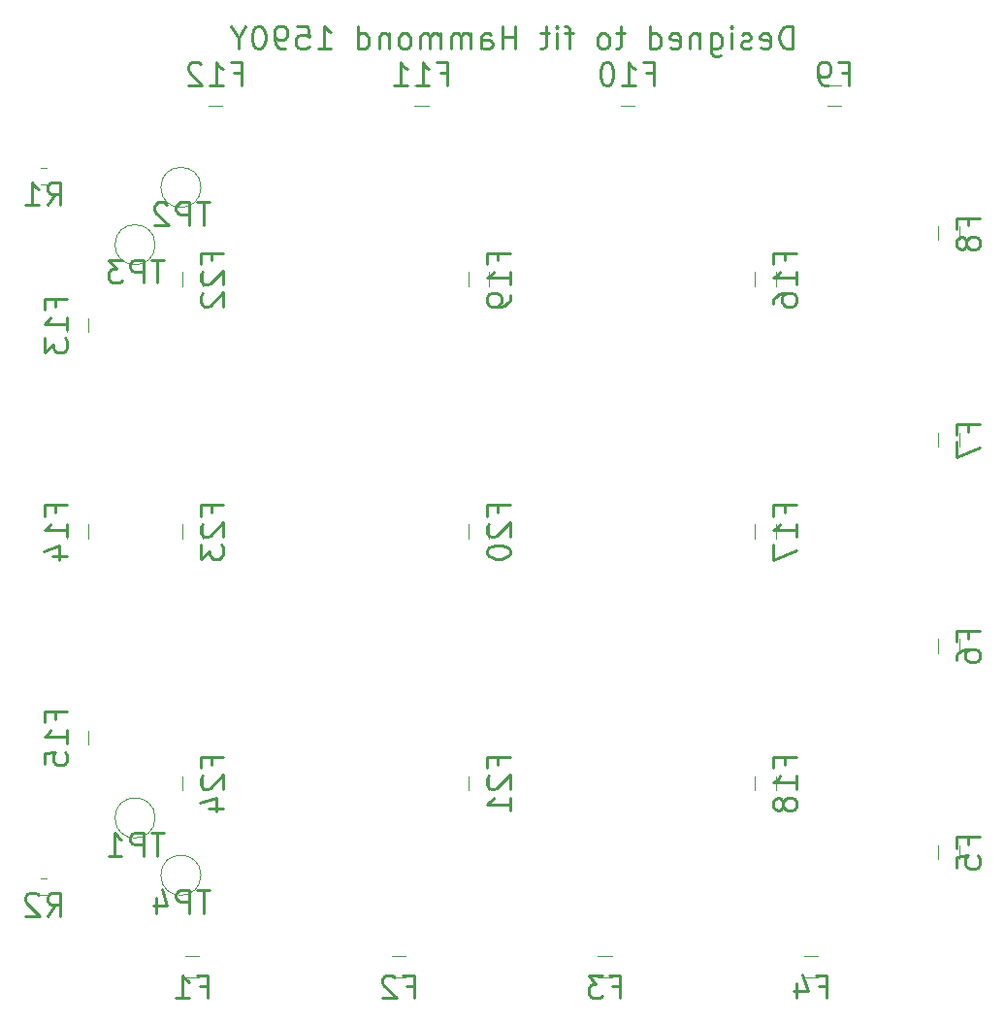
<source format=gbr>
%TF.GenerationSoftware,KiCad,Pcbnew,5.1.6-c6e7f7d~87~ubuntu20.04.1*%
%TF.CreationDate,2020-09-19T08:47:59-07:00*%
%TF.ProjectId,multi-way-usb,6d756c74-692d-4776-9179-2d7573622e6b,rev?*%
%TF.SameCoordinates,Original*%
%TF.FileFunction,Legend,Bot*%
%TF.FilePolarity,Positive*%
%FSLAX46Y46*%
G04 Gerber Fmt 4.6, Leading zero omitted, Abs format (unit mm)*
G04 Created by KiCad (PCBNEW 5.1.6-c6e7f7d~87~ubuntu20.04.1) date 2020-09-19 08:47:59*
%MOMM*%
%LPD*%
G01*
G04 APERTURE LIST*
%ADD10C,0.250000*%
%ADD11C,0.120000*%
G04 APERTURE END LIST*
D10*
X24380952Y42095238D02*
X24380952Y44095238D01*
X23904761Y44095238D01*
X23619047Y44000000D01*
X23428571Y43809523D01*
X23333333Y43619047D01*
X23238095Y43238095D01*
X23238095Y42952380D01*
X23333333Y42571428D01*
X23428571Y42380952D01*
X23619047Y42190476D01*
X23904761Y42095238D01*
X24380952Y42095238D01*
X21619047Y42190476D02*
X21809523Y42095238D01*
X22190476Y42095238D01*
X22380952Y42190476D01*
X22476190Y42380952D01*
X22476190Y43142857D01*
X22380952Y43333333D01*
X22190476Y43428571D01*
X21809523Y43428571D01*
X21619047Y43333333D01*
X21523809Y43142857D01*
X21523809Y42952380D01*
X22476190Y42761904D01*
X20761904Y42190476D02*
X20571428Y42095238D01*
X20190476Y42095238D01*
X20000000Y42190476D01*
X19904761Y42380952D01*
X19904761Y42476190D01*
X20000000Y42666666D01*
X20190476Y42761904D01*
X20476190Y42761904D01*
X20666666Y42857142D01*
X20761904Y43047619D01*
X20761904Y43142857D01*
X20666666Y43333333D01*
X20476190Y43428571D01*
X20190476Y43428571D01*
X20000000Y43333333D01*
X19047619Y42095238D02*
X19047619Y43428571D01*
X19047619Y44095238D02*
X19142857Y44000000D01*
X19047619Y43904761D01*
X18952380Y44000000D01*
X19047619Y44095238D01*
X19047619Y43904761D01*
X17238095Y43428571D02*
X17238095Y41809523D01*
X17333333Y41619047D01*
X17428571Y41523809D01*
X17619047Y41428571D01*
X17904761Y41428571D01*
X18095238Y41523809D01*
X17238095Y42190476D02*
X17428571Y42095238D01*
X17809523Y42095238D01*
X17999999Y42190476D01*
X18095238Y42285714D01*
X18190476Y42476190D01*
X18190476Y43047619D01*
X18095238Y43238095D01*
X17999999Y43333333D01*
X17809523Y43428571D01*
X17428571Y43428571D01*
X17238095Y43333333D01*
X16285714Y43428571D02*
X16285714Y42095238D01*
X16285714Y43238095D02*
X16190476Y43333333D01*
X16000000Y43428571D01*
X15714285Y43428571D01*
X15523809Y43333333D01*
X15428571Y43142857D01*
X15428571Y42095238D01*
X13714285Y42190476D02*
X13904761Y42095238D01*
X14285714Y42095238D01*
X14476190Y42190476D01*
X14571428Y42380952D01*
X14571428Y43142857D01*
X14476190Y43333333D01*
X14285714Y43428571D01*
X13904761Y43428571D01*
X13714285Y43333333D01*
X13619047Y43142857D01*
X13619047Y42952380D01*
X14571428Y42761904D01*
X11904761Y42095238D02*
X11904761Y44095238D01*
X11904761Y42190476D02*
X12095238Y42095238D01*
X12476190Y42095238D01*
X12666666Y42190476D01*
X12761904Y42285714D01*
X12857142Y42476190D01*
X12857142Y43047619D01*
X12761904Y43238095D01*
X12666666Y43333333D01*
X12476190Y43428571D01*
X12095238Y43428571D01*
X11904761Y43333333D01*
X9714285Y43428571D02*
X8952380Y43428571D01*
X9428571Y44095238D02*
X9428571Y42380952D01*
X9333333Y42190476D01*
X9142857Y42095238D01*
X8952380Y42095238D01*
X8000000Y42095238D02*
X8190476Y42190476D01*
X8285714Y42285714D01*
X8380952Y42476190D01*
X8380952Y43047619D01*
X8285714Y43238095D01*
X8190476Y43333333D01*
X8000000Y43428571D01*
X7714285Y43428571D01*
X7523809Y43333333D01*
X7428571Y43238095D01*
X7333333Y43047619D01*
X7333333Y42476190D01*
X7428571Y42285714D01*
X7523809Y42190476D01*
X7714285Y42095238D01*
X8000000Y42095238D01*
X5238095Y43428571D02*
X4476190Y43428571D01*
X4952380Y42095238D02*
X4952380Y43809523D01*
X4857142Y44000000D01*
X4666666Y44095238D01*
X4476190Y44095238D01*
X3809523Y42095238D02*
X3809523Y43428571D01*
X3809523Y44095238D02*
X3904761Y44000000D01*
X3809523Y43904761D01*
X3714285Y44000000D01*
X3809523Y44095238D01*
X3809523Y43904761D01*
X3142857Y43428571D02*
X2380952Y43428571D01*
X2857142Y44095238D02*
X2857142Y42380952D01*
X2761904Y42190476D01*
X2571428Y42095238D01*
X2380952Y42095238D01*
X190476Y42095238D02*
X190476Y44095238D01*
X190476Y43142857D02*
X-952380Y43142857D01*
X-952380Y42095238D02*
X-952380Y44095238D01*
X-2761904Y42095238D02*
X-2761904Y43142857D01*
X-2666666Y43333333D01*
X-2476190Y43428571D01*
X-2095238Y43428571D01*
X-1904761Y43333333D01*
X-2761904Y42190476D02*
X-2571428Y42095238D01*
X-2095238Y42095238D01*
X-1904761Y42190476D01*
X-1809523Y42380952D01*
X-1809523Y42571428D01*
X-1904761Y42761904D01*
X-2095238Y42857142D01*
X-2571428Y42857142D01*
X-2761904Y42952380D01*
X-3714285Y42095238D02*
X-3714285Y43428571D01*
X-3714285Y43238095D02*
X-3809523Y43333333D01*
X-3999999Y43428571D01*
X-4285714Y43428571D01*
X-4476190Y43333333D01*
X-4571428Y43142857D01*
X-4571428Y42095238D01*
X-4571428Y43142857D02*
X-4666666Y43333333D01*
X-4857142Y43428571D01*
X-5142857Y43428571D01*
X-5333333Y43333333D01*
X-5428571Y43142857D01*
X-5428571Y42095238D01*
X-6380952Y42095238D02*
X-6380952Y43428571D01*
X-6380952Y43238095D02*
X-6476190Y43333333D01*
X-6666666Y43428571D01*
X-6952380Y43428571D01*
X-7142857Y43333333D01*
X-7238095Y43142857D01*
X-7238095Y42095238D01*
X-7238095Y43142857D02*
X-7333333Y43333333D01*
X-7523809Y43428571D01*
X-7809523Y43428571D01*
X-7999999Y43333333D01*
X-8095238Y43142857D01*
X-8095238Y42095238D01*
X-9333333Y42095238D02*
X-9142857Y42190476D01*
X-9047619Y42285714D01*
X-8952380Y42476190D01*
X-8952380Y43047619D01*
X-9047619Y43238095D01*
X-9142857Y43333333D01*
X-9333333Y43428571D01*
X-9619047Y43428571D01*
X-9809523Y43333333D01*
X-9904761Y43238095D01*
X-9999999Y43047619D01*
X-9999999Y42476190D01*
X-9904761Y42285714D01*
X-9809523Y42190476D01*
X-9619047Y42095238D01*
X-9333333Y42095238D01*
X-10857142Y43428571D02*
X-10857142Y42095238D01*
X-10857142Y43238095D02*
X-10952380Y43333333D01*
X-11142857Y43428571D01*
X-11428571Y43428571D01*
X-11619047Y43333333D01*
X-11714285Y43142857D01*
X-11714285Y42095238D01*
X-13523809Y42095238D02*
X-13523809Y44095238D01*
X-13523809Y42190476D02*
X-13333333Y42095238D01*
X-12952380Y42095238D01*
X-12761904Y42190476D01*
X-12666666Y42285714D01*
X-12571428Y42476190D01*
X-12571428Y43047619D01*
X-12666666Y43238095D01*
X-12761904Y43333333D01*
X-12952380Y43428571D01*
X-13333333Y43428571D01*
X-13523809Y43333333D01*
X-17047619Y42095238D02*
X-15904761Y42095238D01*
X-16476190Y42095238D02*
X-16476190Y44095238D01*
X-16285714Y43809523D01*
X-16095238Y43619047D01*
X-15904761Y43523809D01*
X-18857142Y44095238D02*
X-17904761Y44095238D01*
X-17809523Y43142857D01*
X-17904761Y43238095D01*
X-18095238Y43333333D01*
X-18571428Y43333333D01*
X-18761904Y43238095D01*
X-18857142Y43142857D01*
X-18952380Y42952380D01*
X-18952380Y42476190D01*
X-18857142Y42285714D01*
X-18761904Y42190476D01*
X-18571428Y42095238D01*
X-18095238Y42095238D01*
X-17904761Y42190476D01*
X-17809523Y42285714D01*
X-19904761Y42095238D02*
X-20285714Y42095238D01*
X-20476190Y42190476D01*
X-20571428Y42285714D01*
X-20761904Y42571428D01*
X-20857142Y42952380D01*
X-20857142Y43714285D01*
X-20761904Y43904761D01*
X-20666666Y44000000D01*
X-20476190Y44095238D01*
X-20095238Y44095238D01*
X-19904761Y44000000D01*
X-19809523Y43904761D01*
X-19714285Y43714285D01*
X-19714285Y43238095D01*
X-19809523Y43047619D01*
X-19904761Y42952380D01*
X-20095238Y42857142D01*
X-20476190Y42857142D01*
X-20666666Y42952380D01*
X-20761904Y43047619D01*
X-20857142Y43238095D01*
X-22095238Y44095238D02*
X-22285714Y44095238D01*
X-22476190Y44000000D01*
X-22571428Y43904761D01*
X-22666666Y43714285D01*
X-22761904Y43333333D01*
X-22761904Y42857142D01*
X-22666666Y42476190D01*
X-22571428Y42285714D01*
X-22476190Y42190476D01*
X-22285714Y42095238D01*
X-22095238Y42095238D01*
X-21904761Y42190476D01*
X-21809523Y42285714D01*
X-21714285Y42476190D01*
X-21619047Y42857142D01*
X-21619047Y43333333D01*
X-21714285Y43714285D01*
X-21809523Y43904761D01*
X-21904761Y44000000D01*
X-22095238Y44095238D01*
X-23999999Y43047619D02*
X-23999999Y42095238D01*
X-23333333Y44095238D02*
X-23999999Y43047619D01*
X-24666666Y44095238D01*
D11*
%TO.C,F24*%
X-28910000Y-22602064D02*
X-28910000Y-21397936D01*
X-27090000Y-22602064D02*
X-27090000Y-21397936D01*
%TO.C,F23*%
X-28910000Y-602064D02*
X-28910000Y602064D01*
X-27090000Y-602064D02*
X-27090000Y602064D01*
%TO.C,F22*%
X-28910000Y21397936D02*
X-28910000Y22602064D01*
X-27090000Y21397936D02*
X-27090000Y22602064D01*
%TO.C,F21*%
X-3910000Y-22602064D02*
X-3910000Y-21397936D01*
X-2090000Y-22602064D02*
X-2090000Y-21397936D01*
%TO.C,F20*%
X-3910000Y-602064D02*
X-3910000Y602064D01*
X-2090000Y-602064D02*
X-2090000Y602064D01*
%TO.C,F19*%
X-3910000Y21397936D02*
X-3910000Y22602064D01*
X-2090000Y21397936D02*
X-2090000Y22602064D01*
%TO.C,F18*%
X21090000Y-22602064D02*
X21090000Y-21397936D01*
X22910000Y-22602064D02*
X22910000Y-21397936D01*
%TO.C,F17*%
X21090000Y-602064D02*
X21090000Y602064D01*
X22910000Y-602064D02*
X22910000Y602064D01*
%TO.C,F16*%
X21090000Y21397936D02*
X21090000Y22602064D01*
X22910000Y21397936D02*
X22910000Y22602064D01*
%TO.C,F15*%
X-37090000Y-17397936D02*
X-37090000Y-18602064D01*
X-38910000Y-17397936D02*
X-38910000Y-18602064D01*
%TO.C,TP4*%
X-27250000Y-30000000D02*
G75*
G03*
X-27250000Y-30000000I-1750000J0D01*
G01*
%TO.C,TP3*%
X-31250000Y25000000D02*
G75*
G03*
X-31250000Y25000000I-1750000J0D01*
G01*
%TO.C,R2*%
X-41258578Y-30290000D02*
X-40741422Y-30290000D01*
X-41258578Y-31710000D02*
X-40741422Y-31710000D01*
%TO.C,F14*%
X-37090000Y602064D02*
X-37090000Y-602064D01*
X-38910000Y602064D02*
X-38910000Y-602064D01*
%TO.C,F13*%
X-37090000Y18602064D02*
X-37090000Y17397936D01*
X-38910000Y18602064D02*
X-38910000Y17397936D01*
%TO.C,TP2*%
X-27250000Y30000000D02*
G75*
G03*
X-27250000Y30000000I-1750000J0D01*
G01*
%TO.C,TP1*%
X-31250000Y-25000000D02*
G75*
G03*
X-31250000Y-25000000I-1750000J0D01*
G01*
%TO.C,R1*%
X-41258578Y31710000D02*
X-40741422Y31710000D01*
X-41258578Y30290000D02*
X-40741422Y30290000D01*
%TO.C,F12*%
X-25397936Y37090000D02*
X-26602064Y37090000D01*
X-25397936Y38910000D02*
X-26602064Y38910000D01*
%TO.C,F11*%
X-7397936Y37090000D02*
X-8602064Y37090000D01*
X-7397936Y38910000D02*
X-8602064Y38910000D01*
%TO.C,F10*%
X10602064Y37090000D02*
X9397936Y37090000D01*
X10602064Y38910000D02*
X9397936Y38910000D01*
%TO.C,F9*%
X28602064Y37090000D02*
X27397936Y37090000D01*
X28602064Y38910000D02*
X27397936Y38910000D01*
%TO.C,F8*%
X37090000Y25397936D02*
X37090000Y26602064D01*
X38910000Y25397936D02*
X38910000Y26602064D01*
%TO.C,F7*%
X37090000Y7397936D02*
X37090000Y8602064D01*
X38910000Y7397936D02*
X38910000Y8602064D01*
%TO.C,F6*%
X37090000Y-10602064D02*
X37090000Y-9397936D01*
X38910000Y-10602064D02*
X38910000Y-9397936D01*
%TO.C,F5*%
X37090000Y-28602064D02*
X37090000Y-27397936D01*
X38910000Y-28602064D02*
X38910000Y-27397936D01*
%TO.C,F4*%
X25397936Y-37090000D02*
X26602064Y-37090000D01*
X25397936Y-38910000D02*
X26602064Y-38910000D01*
%TO.C,F3*%
X7397936Y-37090000D02*
X8602064Y-37090000D01*
X7397936Y-38910000D02*
X8602064Y-38910000D01*
%TO.C,F2*%
X-10602064Y-37090000D02*
X-9397936Y-37090000D01*
X-10602064Y-38910000D02*
X-9397936Y-38910000D01*
%TO.C,F1*%
X-28602064Y-37090000D02*
X-27397936Y-37090000D01*
X-28602064Y-38910000D02*
X-27397936Y-38910000D01*
%TO.C,F24*%
D10*
X-26322857Y-20380952D02*
X-26322857Y-19714285D01*
X-25275238Y-19714285D02*
X-27275238Y-19714285D01*
X-27275238Y-20666666D01*
X-27084761Y-21333333D02*
X-27180000Y-21428571D01*
X-27275238Y-21619047D01*
X-27275238Y-22095238D01*
X-27180000Y-22285714D01*
X-27084761Y-22380952D01*
X-26894285Y-22476190D01*
X-26703809Y-22476190D01*
X-26418095Y-22380952D01*
X-25275238Y-21238095D01*
X-25275238Y-22476190D01*
X-26608571Y-24190476D02*
X-25275238Y-24190476D01*
X-27370476Y-23714285D02*
X-25941904Y-23238095D01*
X-25941904Y-24476190D01*
%TO.C,F23*%
X-26322857Y1619047D02*
X-26322857Y2285714D01*
X-25275238Y2285714D02*
X-27275238Y2285714D01*
X-27275238Y1333333D01*
X-27084761Y666666D02*
X-27180000Y571428D01*
X-27275238Y380952D01*
X-27275238Y-95238D01*
X-27180000Y-285714D01*
X-27084761Y-380952D01*
X-26894285Y-476190D01*
X-26703809Y-476190D01*
X-26418095Y-380952D01*
X-25275238Y761904D01*
X-25275238Y-476190D01*
X-27275238Y-1142857D02*
X-27275238Y-2380952D01*
X-26513333Y-1714285D01*
X-26513333Y-2000000D01*
X-26418095Y-2190476D01*
X-26322857Y-2285714D01*
X-26132380Y-2380952D01*
X-25656190Y-2380952D01*
X-25465714Y-2285714D01*
X-25370476Y-2190476D01*
X-25275238Y-2000000D01*
X-25275238Y-1428571D01*
X-25370476Y-1238095D01*
X-25465714Y-1142857D01*
%TO.C,F22*%
X-26322857Y23619047D02*
X-26322857Y24285714D01*
X-25275238Y24285714D02*
X-27275238Y24285714D01*
X-27275238Y23333333D01*
X-27084761Y22666666D02*
X-27180000Y22571428D01*
X-27275238Y22380952D01*
X-27275238Y21904761D01*
X-27180000Y21714285D01*
X-27084761Y21619047D01*
X-26894285Y21523809D01*
X-26703809Y21523809D01*
X-26418095Y21619047D01*
X-25275238Y22761904D01*
X-25275238Y21523809D01*
X-27084761Y20761904D02*
X-27180000Y20666666D01*
X-27275238Y20476190D01*
X-27275238Y20000000D01*
X-27180000Y19809523D01*
X-27084761Y19714285D01*
X-26894285Y19619047D01*
X-26703809Y19619047D01*
X-26418095Y19714285D01*
X-25275238Y20857142D01*
X-25275238Y19619047D01*
%TO.C,F21*%
X-1322857Y-20380952D02*
X-1322857Y-19714285D01*
X-275238Y-19714285D02*
X-2275238Y-19714285D01*
X-2275238Y-20666666D01*
X-2084761Y-21333333D02*
X-2180000Y-21428571D01*
X-2275238Y-21619047D01*
X-2275238Y-22095238D01*
X-2180000Y-22285714D01*
X-2084761Y-22380952D01*
X-1894285Y-22476190D01*
X-1703809Y-22476190D01*
X-1418095Y-22380952D01*
X-275238Y-21238095D01*
X-275238Y-22476190D01*
X-275238Y-24380952D02*
X-275238Y-23238095D01*
X-275238Y-23809523D02*
X-2275238Y-23809523D01*
X-1989523Y-23619047D01*
X-1799047Y-23428571D01*
X-1703809Y-23238095D01*
%TO.C,F20*%
X-1322857Y1619047D02*
X-1322857Y2285714D01*
X-275238Y2285714D02*
X-2275238Y2285714D01*
X-2275238Y1333333D01*
X-2084761Y666666D02*
X-2180000Y571428D01*
X-2275238Y380952D01*
X-2275238Y-95238D01*
X-2180000Y-285714D01*
X-2084761Y-380952D01*
X-1894285Y-476190D01*
X-1703809Y-476190D01*
X-1418095Y-380952D01*
X-275238Y761904D01*
X-275238Y-476190D01*
X-2275238Y-1714285D02*
X-2275238Y-1904761D01*
X-2180000Y-2095238D01*
X-2084761Y-2190476D01*
X-1894285Y-2285714D01*
X-1513333Y-2380952D01*
X-1037142Y-2380952D01*
X-656190Y-2285714D01*
X-465714Y-2190476D01*
X-370476Y-2095238D01*
X-275238Y-1904761D01*
X-275238Y-1714285D01*
X-370476Y-1523809D01*
X-465714Y-1428571D01*
X-656190Y-1333333D01*
X-1037142Y-1238095D01*
X-1513333Y-1238095D01*
X-1894285Y-1333333D01*
X-2084761Y-1428571D01*
X-2180000Y-1523809D01*
X-2275238Y-1714285D01*
%TO.C,F19*%
X-1322857Y23619047D02*
X-1322857Y24285714D01*
X-275238Y24285714D02*
X-2275238Y24285714D01*
X-2275238Y23333333D01*
X-275238Y21523809D02*
X-275238Y22666666D01*
X-275238Y22095238D02*
X-2275238Y22095238D01*
X-1989523Y22285714D01*
X-1799047Y22476190D01*
X-1703809Y22666666D01*
X-275238Y20571428D02*
X-275238Y20190476D01*
X-370476Y20000000D01*
X-465714Y19904761D01*
X-751428Y19714285D01*
X-1132380Y19619047D01*
X-1894285Y19619047D01*
X-2084761Y19714285D01*
X-2180000Y19809523D01*
X-2275238Y20000000D01*
X-2275238Y20380952D01*
X-2180000Y20571428D01*
X-2084761Y20666666D01*
X-1894285Y20761904D01*
X-1418095Y20761904D01*
X-1227619Y20666666D01*
X-1132380Y20571428D01*
X-1037142Y20380952D01*
X-1037142Y20000000D01*
X-1132380Y19809523D01*
X-1227619Y19714285D01*
X-1418095Y19619047D01*
%TO.C,F18*%
X23677142Y-20380952D02*
X23677142Y-19714285D01*
X24724761Y-19714285D02*
X22724761Y-19714285D01*
X22724761Y-20666666D01*
X24724761Y-22476190D02*
X24724761Y-21333333D01*
X24724761Y-21904761D02*
X22724761Y-21904761D01*
X23010476Y-21714285D01*
X23200952Y-21523809D01*
X23296190Y-21333333D01*
X23581904Y-23619047D02*
X23486666Y-23428571D01*
X23391428Y-23333333D01*
X23200952Y-23238095D01*
X23105714Y-23238095D01*
X22915238Y-23333333D01*
X22820000Y-23428571D01*
X22724761Y-23619047D01*
X22724761Y-24000000D01*
X22820000Y-24190476D01*
X22915238Y-24285714D01*
X23105714Y-24380952D01*
X23200952Y-24380952D01*
X23391428Y-24285714D01*
X23486666Y-24190476D01*
X23581904Y-24000000D01*
X23581904Y-23619047D01*
X23677142Y-23428571D01*
X23772380Y-23333333D01*
X23962857Y-23238095D01*
X24343809Y-23238095D01*
X24534285Y-23333333D01*
X24629523Y-23428571D01*
X24724761Y-23619047D01*
X24724761Y-24000000D01*
X24629523Y-24190476D01*
X24534285Y-24285714D01*
X24343809Y-24380952D01*
X23962857Y-24380952D01*
X23772380Y-24285714D01*
X23677142Y-24190476D01*
X23581904Y-24000000D01*
%TO.C,F17*%
X23677142Y1619047D02*
X23677142Y2285714D01*
X24724761Y2285714D02*
X22724761Y2285714D01*
X22724761Y1333333D01*
X24724761Y-476190D02*
X24724761Y666666D01*
X24724761Y95238D02*
X22724761Y95238D01*
X23010476Y285714D01*
X23200952Y476190D01*
X23296190Y666666D01*
X22724761Y-1142857D02*
X22724761Y-2476190D01*
X24724761Y-1619047D01*
%TO.C,F16*%
X23677142Y23619047D02*
X23677142Y24285714D01*
X24724761Y24285714D02*
X22724761Y24285714D01*
X22724761Y23333333D01*
X24724761Y21523809D02*
X24724761Y22666666D01*
X24724761Y22095238D02*
X22724761Y22095238D01*
X23010476Y22285714D01*
X23200952Y22476190D01*
X23296190Y22666666D01*
X22724761Y19809523D02*
X22724761Y20190476D01*
X22820000Y20380952D01*
X22915238Y20476190D01*
X23200952Y20666666D01*
X23581904Y20761904D01*
X24343809Y20761904D01*
X24534285Y20666666D01*
X24629523Y20571428D01*
X24724761Y20380952D01*
X24724761Y20000000D01*
X24629523Y19809523D01*
X24534285Y19714285D01*
X24343809Y19619047D01*
X23867619Y19619047D01*
X23677142Y19714285D01*
X23581904Y19809523D01*
X23486666Y20000000D01*
X23486666Y20380952D01*
X23581904Y20571428D01*
X23677142Y20666666D01*
X23867619Y20761904D01*
%TO.C,F15*%
X-39962857Y-16380952D02*
X-39962857Y-15714285D01*
X-38915238Y-15714285D02*
X-40915238Y-15714285D01*
X-40915238Y-16666666D01*
X-38915238Y-18476190D02*
X-38915238Y-17333333D01*
X-38915238Y-17904761D02*
X-40915238Y-17904761D01*
X-40629523Y-17714285D01*
X-40439047Y-17523809D01*
X-40343809Y-17333333D01*
X-40915238Y-20285714D02*
X-40915238Y-19333333D01*
X-39962857Y-19238095D01*
X-40058095Y-19333333D01*
X-40153333Y-19523809D01*
X-40153333Y-20000000D01*
X-40058095Y-20190476D01*
X-39962857Y-20285714D01*
X-39772380Y-20380952D01*
X-39296190Y-20380952D01*
X-39105714Y-20285714D01*
X-39010476Y-20190476D01*
X-38915238Y-20000000D01*
X-38915238Y-19523809D01*
X-39010476Y-19333333D01*
X-39105714Y-19238095D01*
%TO.C,TP4*%
X-26476190Y-31302761D02*
X-27619047Y-31302761D01*
X-27047619Y-33302761D02*
X-27047619Y-31302761D01*
X-28285714Y-33302761D02*
X-28285714Y-31302761D01*
X-29047619Y-31302761D01*
X-29238095Y-31398000D01*
X-29333333Y-31493238D01*
X-29428571Y-31683714D01*
X-29428571Y-31969428D01*
X-29333333Y-32159904D01*
X-29238095Y-32255142D01*
X-29047619Y-32350380D01*
X-28285714Y-32350380D01*
X-31142857Y-31969428D02*
X-31142857Y-33302761D01*
X-30666666Y-31207523D02*
X-30190476Y-32636095D01*
X-31428571Y-32636095D01*
%TO.C,TP3*%
X-30476190Y23697238D02*
X-31619047Y23697238D01*
X-31047619Y21697238D02*
X-31047619Y23697238D01*
X-32285714Y21697238D02*
X-32285714Y23697238D01*
X-33047619Y23697238D01*
X-33238095Y23602000D01*
X-33333333Y23506761D01*
X-33428571Y23316285D01*
X-33428571Y23030571D01*
X-33333333Y22840095D01*
X-33238095Y22744857D01*
X-33047619Y22649619D01*
X-32285714Y22649619D01*
X-34095238Y23697238D02*
X-35333333Y23697238D01*
X-34666666Y22935333D01*
X-34952380Y22935333D01*
X-35142857Y22840095D01*
X-35238095Y22744857D01*
X-35333333Y22554380D01*
X-35333333Y22078190D01*
X-35238095Y21887714D01*
X-35142857Y21792476D01*
X-34952380Y21697238D01*
X-34380952Y21697238D01*
X-34190476Y21792476D01*
X-34095238Y21887714D01*
%TO.C,R2*%
X-40666666Y-33554761D02*
X-40000000Y-32602380D01*
X-39523809Y-33554761D02*
X-39523809Y-31554761D01*
X-40285714Y-31554761D01*
X-40476190Y-31650000D01*
X-40571428Y-31745238D01*
X-40666666Y-31935714D01*
X-40666666Y-32221428D01*
X-40571428Y-32411904D01*
X-40476190Y-32507142D01*
X-40285714Y-32602380D01*
X-39523809Y-32602380D01*
X-41428571Y-31745238D02*
X-41523809Y-31650000D01*
X-41714285Y-31554761D01*
X-42190476Y-31554761D01*
X-42380952Y-31650000D01*
X-42476190Y-31745238D01*
X-42571428Y-31935714D01*
X-42571428Y-32126190D01*
X-42476190Y-32411904D01*
X-41333333Y-33554761D01*
X-42571428Y-33554761D01*
%TO.C,F14*%
X-39962857Y1619047D02*
X-39962857Y2285714D01*
X-38915238Y2285714D02*
X-40915238Y2285714D01*
X-40915238Y1333333D01*
X-38915238Y-476190D02*
X-38915238Y666666D01*
X-38915238Y95238D02*
X-40915238Y95238D01*
X-40629523Y285714D01*
X-40439047Y476190D01*
X-40343809Y666666D01*
X-40248571Y-2190476D02*
X-38915238Y-2190476D01*
X-41010476Y-1714285D02*
X-39581904Y-1238095D01*
X-39581904Y-2476190D01*
%TO.C,F13*%
X-39962857Y19619047D02*
X-39962857Y20285714D01*
X-38915238Y20285714D02*
X-40915238Y20285714D01*
X-40915238Y19333333D01*
X-38915238Y17523809D02*
X-38915238Y18666666D01*
X-38915238Y18095238D02*
X-40915238Y18095238D01*
X-40629523Y18285714D01*
X-40439047Y18476190D01*
X-40343809Y18666666D01*
X-40915238Y16857142D02*
X-40915238Y15619047D01*
X-40153333Y16285714D01*
X-40153333Y16000000D01*
X-40058095Y15809523D01*
X-39962857Y15714285D01*
X-39772380Y15619047D01*
X-39296190Y15619047D01*
X-39105714Y15714285D01*
X-39010476Y15809523D01*
X-38915238Y16000000D01*
X-38915238Y16571428D01*
X-39010476Y16761904D01*
X-39105714Y16857142D01*
%TO.C,TP2*%
X-26476190Y28697238D02*
X-27619047Y28697238D01*
X-27047619Y26697238D02*
X-27047619Y28697238D01*
X-28285714Y26697238D02*
X-28285714Y28697238D01*
X-29047619Y28697238D01*
X-29238095Y28602000D01*
X-29333333Y28506761D01*
X-29428571Y28316285D01*
X-29428571Y28030571D01*
X-29333333Y27840095D01*
X-29238095Y27744857D01*
X-29047619Y27649619D01*
X-28285714Y27649619D01*
X-30190476Y28506761D02*
X-30285714Y28602000D01*
X-30476190Y28697238D01*
X-30952380Y28697238D01*
X-31142857Y28602000D01*
X-31238095Y28506761D01*
X-31333333Y28316285D01*
X-31333333Y28125809D01*
X-31238095Y27840095D01*
X-30095238Y26697238D01*
X-31333333Y26697238D01*
%TO.C,TP1*%
X-30476190Y-26302761D02*
X-31619047Y-26302761D01*
X-31047619Y-28302761D02*
X-31047619Y-26302761D01*
X-32285714Y-28302761D02*
X-32285714Y-26302761D01*
X-33047619Y-26302761D01*
X-33238095Y-26398000D01*
X-33333333Y-26493238D01*
X-33428571Y-26683714D01*
X-33428571Y-26969428D01*
X-33333333Y-27159904D01*
X-33238095Y-27255142D01*
X-33047619Y-27350380D01*
X-32285714Y-27350380D01*
X-35333333Y-28302761D02*
X-34190476Y-28302761D01*
X-34761904Y-28302761D02*
X-34761904Y-26302761D01*
X-34571428Y-26588476D01*
X-34380952Y-26778952D01*
X-34190476Y-26874190D01*
%TO.C,R1*%
X-40666666Y28445238D02*
X-40000000Y29397619D01*
X-39523809Y28445238D02*
X-39523809Y30445238D01*
X-40285714Y30445238D01*
X-40476190Y30350000D01*
X-40571428Y30254761D01*
X-40666666Y30064285D01*
X-40666666Y29778571D01*
X-40571428Y29588095D01*
X-40476190Y29492857D01*
X-40285714Y29397619D01*
X-39523809Y29397619D01*
X-42571428Y28445238D02*
X-41428571Y28445238D01*
X-42000000Y28445238D02*
X-42000000Y30445238D01*
X-41809523Y30159523D01*
X-41619047Y29969047D01*
X-41428571Y29873809D01*
%TO.C,F12*%
X-24380952Y39962857D02*
X-23714285Y39962857D01*
X-23714285Y38915238D02*
X-23714285Y40915238D01*
X-24666666Y40915238D01*
X-26476190Y38915238D02*
X-25333333Y38915238D01*
X-25904761Y38915238D02*
X-25904761Y40915238D01*
X-25714285Y40629523D01*
X-25523809Y40439047D01*
X-25333333Y40343809D01*
X-27238095Y40724761D02*
X-27333333Y40820000D01*
X-27523809Y40915238D01*
X-28000000Y40915238D01*
X-28190476Y40820000D01*
X-28285714Y40724761D01*
X-28380952Y40534285D01*
X-28380952Y40343809D01*
X-28285714Y40058095D01*
X-27142857Y38915238D01*
X-28380952Y38915238D01*
%TO.C,F11*%
X-6380952Y39962857D02*
X-5714285Y39962857D01*
X-5714285Y38915238D02*
X-5714285Y40915238D01*
X-6666666Y40915238D01*
X-8476190Y38915238D02*
X-7333333Y38915238D01*
X-7904761Y38915238D02*
X-7904761Y40915238D01*
X-7714285Y40629523D01*
X-7523809Y40439047D01*
X-7333333Y40343809D01*
X-10380952Y38915238D02*
X-9238095Y38915238D01*
X-9809523Y38915238D02*
X-9809523Y40915238D01*
X-9619047Y40629523D01*
X-9428571Y40439047D01*
X-9238095Y40343809D01*
%TO.C,F10*%
X11619047Y39962857D02*
X12285714Y39962857D01*
X12285714Y38915238D02*
X12285714Y40915238D01*
X11333333Y40915238D01*
X9523809Y38915238D02*
X10666666Y38915238D01*
X10095238Y38915238D02*
X10095238Y40915238D01*
X10285714Y40629523D01*
X10476190Y40439047D01*
X10666666Y40343809D01*
X8285714Y40915238D02*
X8095238Y40915238D01*
X7904761Y40820000D01*
X7809523Y40724761D01*
X7714285Y40534285D01*
X7619047Y40153333D01*
X7619047Y39677142D01*
X7714285Y39296190D01*
X7809523Y39105714D01*
X7904761Y39010476D01*
X8095238Y38915238D01*
X8285714Y38915238D01*
X8476190Y39010476D01*
X8571428Y39105714D01*
X8666666Y39296190D01*
X8761904Y39677142D01*
X8761904Y40153333D01*
X8666666Y40534285D01*
X8571428Y40724761D01*
X8476190Y40820000D01*
X8285714Y40915238D01*
%TO.C,F9*%
X28666666Y39962857D02*
X29333333Y39962857D01*
X29333333Y38915238D02*
X29333333Y40915238D01*
X28380952Y40915238D01*
X27523809Y38915238D02*
X27142857Y38915238D01*
X26952380Y39010476D01*
X26857142Y39105714D01*
X26666666Y39391428D01*
X26571428Y39772380D01*
X26571428Y40534285D01*
X26666666Y40724761D01*
X26761904Y40820000D01*
X26952380Y40915238D01*
X27333333Y40915238D01*
X27523809Y40820000D01*
X27619047Y40724761D01*
X27714285Y40534285D01*
X27714285Y40058095D01*
X27619047Y39867619D01*
X27523809Y39772380D01*
X27333333Y39677142D01*
X26952380Y39677142D01*
X26761904Y39772380D01*
X26666666Y39867619D01*
X26571428Y40058095D01*
%TO.C,F8*%
X39677142Y26666666D02*
X39677142Y27333333D01*
X40724761Y27333333D02*
X38724761Y27333333D01*
X38724761Y26380952D01*
X39581904Y25333333D02*
X39486666Y25523809D01*
X39391428Y25619047D01*
X39200952Y25714285D01*
X39105714Y25714285D01*
X38915238Y25619047D01*
X38820000Y25523809D01*
X38724761Y25333333D01*
X38724761Y24952380D01*
X38820000Y24761904D01*
X38915238Y24666666D01*
X39105714Y24571428D01*
X39200952Y24571428D01*
X39391428Y24666666D01*
X39486666Y24761904D01*
X39581904Y24952380D01*
X39581904Y25333333D01*
X39677142Y25523809D01*
X39772380Y25619047D01*
X39962857Y25714285D01*
X40343809Y25714285D01*
X40534285Y25619047D01*
X40629523Y25523809D01*
X40724761Y25333333D01*
X40724761Y24952380D01*
X40629523Y24761904D01*
X40534285Y24666666D01*
X40343809Y24571428D01*
X39962857Y24571428D01*
X39772380Y24666666D01*
X39677142Y24761904D01*
X39581904Y24952380D01*
%TO.C,F7*%
X39677142Y8666666D02*
X39677142Y9333333D01*
X40724761Y9333333D02*
X38724761Y9333333D01*
X38724761Y8380952D01*
X38724761Y7809523D02*
X38724761Y6476190D01*
X40724761Y7333333D01*
%TO.C,F6*%
X39677142Y-9333333D02*
X39677142Y-8666666D01*
X40724761Y-8666666D02*
X38724761Y-8666666D01*
X38724761Y-9619047D01*
X38724761Y-11238095D02*
X38724761Y-10857142D01*
X38820000Y-10666666D01*
X38915238Y-10571428D01*
X39200952Y-10380952D01*
X39581904Y-10285714D01*
X40343809Y-10285714D01*
X40534285Y-10380952D01*
X40629523Y-10476190D01*
X40724761Y-10666666D01*
X40724761Y-11047619D01*
X40629523Y-11238095D01*
X40534285Y-11333333D01*
X40343809Y-11428571D01*
X39867619Y-11428571D01*
X39677142Y-11333333D01*
X39581904Y-11238095D01*
X39486666Y-11047619D01*
X39486666Y-10666666D01*
X39581904Y-10476190D01*
X39677142Y-10380952D01*
X39867619Y-10285714D01*
%TO.C,F5*%
X39677142Y-27333333D02*
X39677142Y-26666666D01*
X40724761Y-26666666D02*
X38724761Y-26666666D01*
X38724761Y-27619047D01*
X38724761Y-29333333D02*
X38724761Y-28380952D01*
X39677142Y-28285714D01*
X39581904Y-28380952D01*
X39486666Y-28571428D01*
X39486666Y-29047619D01*
X39581904Y-29238095D01*
X39677142Y-29333333D01*
X39867619Y-29428571D01*
X40343809Y-29428571D01*
X40534285Y-29333333D01*
X40629523Y-29238095D01*
X40724761Y-29047619D01*
X40724761Y-28571428D01*
X40629523Y-28380952D01*
X40534285Y-28285714D01*
%TO.C,F4*%
X26666666Y-39677142D02*
X27333333Y-39677142D01*
X27333333Y-40724761D02*
X27333333Y-38724761D01*
X26380952Y-38724761D01*
X24761904Y-39391428D02*
X24761904Y-40724761D01*
X25238095Y-38629523D02*
X25714285Y-40058095D01*
X24476190Y-40058095D01*
%TO.C,F3*%
X8666666Y-39677142D02*
X9333333Y-39677142D01*
X9333333Y-40724761D02*
X9333333Y-38724761D01*
X8380952Y-38724761D01*
X7809523Y-38724761D02*
X6571428Y-38724761D01*
X7238095Y-39486666D01*
X6952380Y-39486666D01*
X6761904Y-39581904D01*
X6666666Y-39677142D01*
X6571428Y-39867619D01*
X6571428Y-40343809D01*
X6666666Y-40534285D01*
X6761904Y-40629523D01*
X6952380Y-40724761D01*
X7523809Y-40724761D01*
X7714285Y-40629523D01*
X7809523Y-40534285D01*
%TO.C,F2*%
X-9333333Y-39677142D02*
X-8666666Y-39677142D01*
X-8666666Y-40724761D02*
X-8666666Y-38724761D01*
X-9619047Y-38724761D01*
X-10285714Y-38915238D02*
X-10380952Y-38820000D01*
X-10571428Y-38724761D01*
X-11047619Y-38724761D01*
X-11238095Y-38820000D01*
X-11333333Y-38915238D01*
X-11428571Y-39105714D01*
X-11428571Y-39296190D01*
X-11333333Y-39581904D01*
X-10190476Y-40724761D01*
X-11428571Y-40724761D01*
%TO.C,F1*%
X-27333333Y-39677142D02*
X-26666666Y-39677142D01*
X-26666666Y-40724761D02*
X-26666666Y-38724761D01*
X-27619047Y-38724761D01*
X-29428571Y-40724761D02*
X-28285714Y-40724761D01*
X-28857142Y-40724761D02*
X-28857142Y-38724761D01*
X-28666666Y-39010476D01*
X-28476190Y-39200952D01*
X-28285714Y-39296190D01*
%TD*%
M02*

</source>
